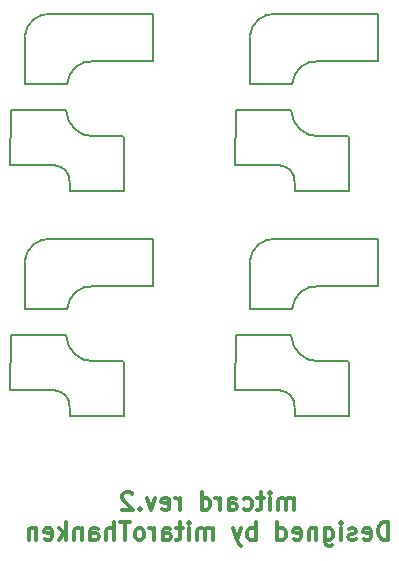
<source format=gbr>
G04 #@! TF.GenerationSoftware,KiCad,Pcbnew,(5.0.2)-1*
G04 #@! TF.CreationDate,2019-04-07T10:51:16+09:00*
G04 #@! TF.ProjectId,mitcard,6d697463-6172-4642-9e6b-696361645f70,rev?*
G04 #@! TF.SameCoordinates,Original*
G04 #@! TF.FileFunction,Legend,Bot*
G04 #@! TF.FilePolarity,Positive*
%FSLAX46Y46*%
G04 Gerber Fmt 4.6, Leading zero omitted, Abs format (unit mm)*
G04 Created by KiCad (PCBNEW (5.0.2)-1) date 2019/04/07 10:51:16*
%MOMM*%
%LPD*%
G01*
G04 APERTURE LIST*
%ADD10C,0.300000*%
%ADD11C,0.150000*%
G04 APERTURE END LIST*
D10*
X121169285Y-98688571D02*
X121169285Y-97688571D01*
X121169285Y-97831428D02*
X121097857Y-97760000D01*
X120955000Y-97688571D01*
X120740714Y-97688571D01*
X120597857Y-97760000D01*
X120526428Y-97902857D01*
X120526428Y-98688571D01*
X120526428Y-97902857D02*
X120455000Y-97760000D01*
X120312142Y-97688571D01*
X120097857Y-97688571D01*
X119955000Y-97760000D01*
X119883571Y-97902857D01*
X119883571Y-98688571D01*
X119169285Y-98688571D02*
X119169285Y-97688571D01*
X119169285Y-97188571D02*
X119240714Y-97260000D01*
X119169285Y-97331428D01*
X119097857Y-97260000D01*
X119169285Y-97188571D01*
X119169285Y-97331428D01*
X118669285Y-97688571D02*
X118097857Y-97688571D01*
X118455000Y-97188571D02*
X118455000Y-98474285D01*
X118383571Y-98617142D01*
X118240714Y-98688571D01*
X118097857Y-98688571D01*
X116955000Y-98617142D02*
X117097857Y-98688571D01*
X117383571Y-98688571D01*
X117526428Y-98617142D01*
X117597857Y-98545714D01*
X117669285Y-98402857D01*
X117669285Y-97974285D01*
X117597857Y-97831428D01*
X117526428Y-97760000D01*
X117383571Y-97688571D01*
X117097857Y-97688571D01*
X116955000Y-97760000D01*
X115669285Y-98688571D02*
X115669285Y-97902857D01*
X115740714Y-97760000D01*
X115883571Y-97688571D01*
X116169285Y-97688571D01*
X116312142Y-97760000D01*
X115669285Y-98617142D02*
X115812142Y-98688571D01*
X116169285Y-98688571D01*
X116312142Y-98617142D01*
X116383571Y-98474285D01*
X116383571Y-98331428D01*
X116312142Y-98188571D01*
X116169285Y-98117142D01*
X115812142Y-98117142D01*
X115669285Y-98045714D01*
X114955000Y-98688571D02*
X114955000Y-97688571D01*
X114955000Y-97974285D02*
X114883571Y-97831428D01*
X114812142Y-97760000D01*
X114669285Y-97688571D01*
X114526428Y-97688571D01*
X113383571Y-98688571D02*
X113383571Y-97188571D01*
X113383571Y-98617142D02*
X113526428Y-98688571D01*
X113812142Y-98688571D01*
X113955000Y-98617142D01*
X114026428Y-98545714D01*
X114097857Y-98402857D01*
X114097857Y-97974285D01*
X114026428Y-97831428D01*
X113955000Y-97760000D01*
X113812142Y-97688571D01*
X113526428Y-97688571D01*
X113383571Y-97760000D01*
X111526428Y-98688571D02*
X111526428Y-97688571D01*
X111526428Y-97974285D02*
X111455000Y-97831428D01*
X111383571Y-97760000D01*
X111240714Y-97688571D01*
X111097857Y-97688571D01*
X110026428Y-98617142D02*
X110169285Y-98688571D01*
X110455000Y-98688571D01*
X110597857Y-98617142D01*
X110669285Y-98474285D01*
X110669285Y-97902857D01*
X110597857Y-97760000D01*
X110455000Y-97688571D01*
X110169285Y-97688571D01*
X110026428Y-97760000D01*
X109955000Y-97902857D01*
X109955000Y-98045714D01*
X110669285Y-98188571D01*
X109455000Y-97688571D02*
X109097857Y-98688571D01*
X108740714Y-97688571D01*
X108169285Y-98545714D02*
X108097857Y-98617142D01*
X108169285Y-98688571D01*
X108240714Y-98617142D01*
X108169285Y-98545714D01*
X108169285Y-98688571D01*
X107526428Y-97331428D02*
X107455000Y-97260000D01*
X107312142Y-97188571D01*
X106955000Y-97188571D01*
X106812142Y-97260000D01*
X106740714Y-97331428D01*
X106669285Y-97474285D01*
X106669285Y-97617142D01*
X106740714Y-97831428D01*
X107597857Y-98688571D01*
X106669285Y-98688571D01*
X129169285Y-101238571D02*
X129169285Y-99738571D01*
X128812142Y-99738571D01*
X128597857Y-99810000D01*
X128455000Y-99952857D01*
X128383571Y-100095714D01*
X128312142Y-100381428D01*
X128312142Y-100595714D01*
X128383571Y-100881428D01*
X128455000Y-101024285D01*
X128597857Y-101167142D01*
X128812142Y-101238571D01*
X129169285Y-101238571D01*
X127097857Y-101167142D02*
X127240714Y-101238571D01*
X127526428Y-101238571D01*
X127669285Y-101167142D01*
X127740714Y-101024285D01*
X127740714Y-100452857D01*
X127669285Y-100310000D01*
X127526428Y-100238571D01*
X127240714Y-100238571D01*
X127097857Y-100310000D01*
X127026428Y-100452857D01*
X127026428Y-100595714D01*
X127740714Y-100738571D01*
X126455000Y-101167142D02*
X126312142Y-101238571D01*
X126026428Y-101238571D01*
X125883571Y-101167142D01*
X125812142Y-101024285D01*
X125812142Y-100952857D01*
X125883571Y-100810000D01*
X126026428Y-100738571D01*
X126240714Y-100738571D01*
X126383571Y-100667142D01*
X126455000Y-100524285D01*
X126455000Y-100452857D01*
X126383571Y-100310000D01*
X126240714Y-100238571D01*
X126026428Y-100238571D01*
X125883571Y-100310000D01*
X125169285Y-101238571D02*
X125169285Y-100238571D01*
X125169285Y-99738571D02*
X125240714Y-99810000D01*
X125169285Y-99881428D01*
X125097857Y-99810000D01*
X125169285Y-99738571D01*
X125169285Y-99881428D01*
X123812142Y-100238571D02*
X123812142Y-101452857D01*
X123883571Y-101595714D01*
X123955000Y-101667142D01*
X124097857Y-101738571D01*
X124312142Y-101738571D01*
X124455000Y-101667142D01*
X123812142Y-101167142D02*
X123955000Y-101238571D01*
X124240714Y-101238571D01*
X124383571Y-101167142D01*
X124455000Y-101095714D01*
X124526428Y-100952857D01*
X124526428Y-100524285D01*
X124455000Y-100381428D01*
X124383571Y-100310000D01*
X124240714Y-100238571D01*
X123955000Y-100238571D01*
X123812142Y-100310000D01*
X123097857Y-100238571D02*
X123097857Y-101238571D01*
X123097857Y-100381428D02*
X123026428Y-100310000D01*
X122883571Y-100238571D01*
X122669285Y-100238571D01*
X122526428Y-100310000D01*
X122455000Y-100452857D01*
X122455000Y-101238571D01*
X121169285Y-101167142D02*
X121312142Y-101238571D01*
X121597857Y-101238571D01*
X121740714Y-101167142D01*
X121812142Y-101024285D01*
X121812142Y-100452857D01*
X121740714Y-100310000D01*
X121597857Y-100238571D01*
X121312142Y-100238571D01*
X121169285Y-100310000D01*
X121097857Y-100452857D01*
X121097857Y-100595714D01*
X121812142Y-100738571D01*
X119812142Y-101238571D02*
X119812142Y-99738571D01*
X119812142Y-101167142D02*
X119955000Y-101238571D01*
X120240714Y-101238571D01*
X120383571Y-101167142D01*
X120455000Y-101095714D01*
X120526428Y-100952857D01*
X120526428Y-100524285D01*
X120455000Y-100381428D01*
X120383571Y-100310000D01*
X120240714Y-100238571D01*
X119955000Y-100238571D01*
X119812142Y-100310000D01*
X117955000Y-101238571D02*
X117955000Y-99738571D01*
X117955000Y-100310000D02*
X117812142Y-100238571D01*
X117526428Y-100238571D01*
X117383571Y-100310000D01*
X117312142Y-100381428D01*
X117240714Y-100524285D01*
X117240714Y-100952857D01*
X117312142Y-101095714D01*
X117383571Y-101167142D01*
X117526428Y-101238571D01*
X117812142Y-101238571D01*
X117955000Y-101167142D01*
X116740714Y-100238571D02*
X116383571Y-101238571D01*
X116026428Y-100238571D02*
X116383571Y-101238571D01*
X116526428Y-101595714D01*
X116597857Y-101667142D01*
X116740714Y-101738571D01*
X114312142Y-101238571D02*
X114312142Y-100238571D01*
X114312142Y-100381428D02*
X114240714Y-100310000D01*
X114097857Y-100238571D01*
X113883571Y-100238571D01*
X113740714Y-100310000D01*
X113669285Y-100452857D01*
X113669285Y-101238571D01*
X113669285Y-100452857D02*
X113597857Y-100310000D01*
X113455000Y-100238571D01*
X113240714Y-100238571D01*
X113097857Y-100310000D01*
X113026428Y-100452857D01*
X113026428Y-101238571D01*
X112312142Y-101238571D02*
X112312142Y-100238571D01*
X112312142Y-99738571D02*
X112383571Y-99810000D01*
X112312142Y-99881428D01*
X112240714Y-99810000D01*
X112312142Y-99738571D01*
X112312142Y-99881428D01*
X111812142Y-100238571D02*
X111240714Y-100238571D01*
X111597857Y-99738571D02*
X111597857Y-101024285D01*
X111526428Y-101167142D01*
X111383571Y-101238571D01*
X111240714Y-101238571D01*
X110097857Y-101238571D02*
X110097857Y-100452857D01*
X110169285Y-100310000D01*
X110312142Y-100238571D01*
X110597857Y-100238571D01*
X110740714Y-100310000D01*
X110097857Y-101167142D02*
X110240714Y-101238571D01*
X110597857Y-101238571D01*
X110740714Y-101167142D01*
X110812142Y-101024285D01*
X110812142Y-100881428D01*
X110740714Y-100738571D01*
X110597857Y-100667142D01*
X110240714Y-100667142D01*
X110097857Y-100595714D01*
X109383571Y-101238571D02*
X109383571Y-100238571D01*
X109383571Y-100524285D02*
X109312142Y-100381428D01*
X109240714Y-100310000D01*
X109097857Y-100238571D01*
X108955000Y-100238571D01*
X108240714Y-101238571D02*
X108383571Y-101167142D01*
X108455000Y-101095714D01*
X108526428Y-100952857D01*
X108526428Y-100524285D01*
X108455000Y-100381428D01*
X108383571Y-100310000D01*
X108240714Y-100238571D01*
X108026428Y-100238571D01*
X107883571Y-100310000D01*
X107812142Y-100381428D01*
X107740714Y-100524285D01*
X107740714Y-100952857D01*
X107812142Y-101095714D01*
X107883571Y-101167142D01*
X108026428Y-101238571D01*
X108240714Y-101238571D01*
X107312142Y-99738571D02*
X106455000Y-99738571D01*
X106883571Y-101238571D02*
X106883571Y-99738571D01*
X105955000Y-101238571D02*
X105955000Y-99738571D01*
X105312142Y-101238571D02*
X105312142Y-100452857D01*
X105383571Y-100310000D01*
X105526428Y-100238571D01*
X105740714Y-100238571D01*
X105883571Y-100310000D01*
X105955000Y-100381428D01*
X103955000Y-101238571D02*
X103955000Y-100452857D01*
X104026428Y-100310000D01*
X104169285Y-100238571D01*
X104455000Y-100238571D01*
X104597857Y-100310000D01*
X103955000Y-101167142D02*
X104097857Y-101238571D01*
X104455000Y-101238571D01*
X104597857Y-101167142D01*
X104669285Y-101024285D01*
X104669285Y-100881428D01*
X104597857Y-100738571D01*
X104455000Y-100667142D01*
X104097857Y-100667142D01*
X103955000Y-100595714D01*
X103240714Y-100238571D02*
X103240714Y-101238571D01*
X103240714Y-100381428D02*
X103169285Y-100310000D01*
X103026428Y-100238571D01*
X102812142Y-100238571D01*
X102669285Y-100310000D01*
X102597857Y-100452857D01*
X102597857Y-101238571D01*
X101883571Y-101238571D02*
X101883571Y-99738571D01*
X101740714Y-100667142D02*
X101312142Y-101238571D01*
X101312142Y-100238571D02*
X101883571Y-100810000D01*
X100097857Y-101167142D02*
X100240714Y-101238571D01*
X100526428Y-101238571D01*
X100669285Y-101167142D01*
X100740714Y-101024285D01*
X100740714Y-100452857D01*
X100669285Y-100310000D01*
X100526428Y-100238571D01*
X100240714Y-100238571D01*
X100097857Y-100310000D01*
X100026428Y-100452857D01*
X100026428Y-100595714D01*
X100740714Y-100738571D01*
X99383571Y-100238571D02*
X99383571Y-101238571D01*
X99383571Y-100381428D02*
X99312142Y-100310000D01*
X99169285Y-100238571D01*
X98955000Y-100238571D01*
X98812142Y-100310000D01*
X98740714Y-100452857D01*
X98740714Y-101238571D01*
D11*
G04 #@! TO.C,SW4*
X117450000Y-81654000D02*
X121060000Y-81654000D01*
X117450000Y-77700000D02*
X117450000Y-81645000D01*
X128350000Y-75746000D02*
X119725000Y-75746000D01*
X128350000Y-79654000D02*
X128350000Y-75746000D01*
X128350000Y-79700000D02*
X123300000Y-79746000D01*
X117461000Y-77630000D02*
G75*
G02X119725000Y-75746000I2074000J-190000D01*
G01*
X121065000Y-81630000D02*
G75*
G02X123325000Y-79750000I2070000J-190000D01*
G01*
X125825000Y-90775000D02*
X121275000Y-90775000D01*
X125825000Y-86125000D02*
X123275000Y-86125000D01*
X120975000Y-83925000D02*
X116275000Y-83925000D01*
X120050000Y-88575000D02*
X116275000Y-88575000D01*
X125850000Y-86150000D02*
X125850000Y-90750000D01*
X116275000Y-83950000D02*
X116250000Y-88550000D01*
X120980000Y-83950000D02*
G75*
G03X123350000Y-86120000I2270000J100000D01*
G01*
X121270000Y-90000000D02*
G75*
G03X120050000Y-88580000I-1320000J100000D01*
G01*
X121270000Y-90050000D02*
X121270000Y-90750000D01*
G04 #@! TO.C,SW2*
X98400000Y-81654000D02*
X102010000Y-81654000D01*
X98400000Y-77700000D02*
X98400000Y-81645000D01*
X109300000Y-75746000D02*
X100675000Y-75746000D01*
X109300000Y-79654000D02*
X109300000Y-75746000D01*
X109300000Y-79700000D02*
X104250000Y-79746000D01*
X98411000Y-77630000D02*
G75*
G02X100675000Y-75746000I2074000J-190000D01*
G01*
X102015000Y-81630000D02*
G75*
G02X104275000Y-79750000I2070000J-190000D01*
G01*
X106775000Y-90775000D02*
X102225000Y-90775000D01*
X106775000Y-86125000D02*
X104225000Y-86125000D01*
X101925000Y-83925000D02*
X97225000Y-83925000D01*
X101000000Y-88575000D02*
X97225000Y-88575000D01*
X106800000Y-86150000D02*
X106800000Y-90750000D01*
X97225000Y-83950000D02*
X97200000Y-88550000D01*
X101930000Y-83950000D02*
G75*
G03X104300000Y-86120000I2270000J100000D01*
G01*
X102220000Y-90000000D02*
G75*
G03X101000000Y-88580000I-1320000J100000D01*
G01*
X102220000Y-90050000D02*
X102220000Y-90750000D01*
G04 #@! TO.C,SW3*
X121270000Y-71000000D02*
X121270000Y-71700000D01*
X121270000Y-70950000D02*
G75*
G03X120050000Y-69530000I-1320000J100000D01*
G01*
X120980000Y-64900000D02*
G75*
G03X123350000Y-67070000I2270000J100000D01*
G01*
X116275000Y-64900000D02*
X116250000Y-69500000D01*
X125850000Y-67100000D02*
X125850000Y-71700000D01*
X120050000Y-69525000D02*
X116275000Y-69525000D01*
X120975000Y-64875000D02*
X116275000Y-64875000D01*
X125825000Y-67075000D02*
X123275000Y-67075000D01*
X125825000Y-71725000D02*
X121275000Y-71725000D01*
X121065000Y-62580000D02*
G75*
G02X123325000Y-60700000I2070000J-190000D01*
G01*
X117461000Y-58580000D02*
G75*
G02X119725000Y-56696000I2074000J-190000D01*
G01*
X128350000Y-60650000D02*
X123300000Y-60696000D01*
X128350000Y-60604000D02*
X128350000Y-56696000D01*
X128350000Y-56696000D02*
X119725000Y-56696000D01*
X117450000Y-58650000D02*
X117450000Y-62595000D01*
X117450000Y-62604000D02*
X121060000Y-62604000D01*
G04 #@! TO.C,SW1*
X98400000Y-62604000D02*
X102010000Y-62604000D01*
X98400000Y-58650000D02*
X98400000Y-62595000D01*
X109300000Y-56696000D02*
X100675000Y-56696000D01*
X109300000Y-60604000D02*
X109300000Y-56696000D01*
X109300000Y-60650000D02*
X104250000Y-60696000D01*
X98411000Y-58580000D02*
G75*
G02X100675000Y-56696000I2074000J-190000D01*
G01*
X102015000Y-62580000D02*
G75*
G02X104275000Y-60700000I2070000J-190000D01*
G01*
X106775000Y-71725000D02*
X102225000Y-71725000D01*
X106775000Y-67075000D02*
X104225000Y-67075000D01*
X101925000Y-64875000D02*
X97225000Y-64875000D01*
X101000000Y-69525000D02*
X97225000Y-69525000D01*
X106800000Y-67100000D02*
X106800000Y-71700000D01*
X97225000Y-64900000D02*
X97200000Y-69500000D01*
X101930000Y-64900000D02*
G75*
G03X104300000Y-67070000I2270000J100000D01*
G01*
X102220000Y-70950000D02*
G75*
G03X101000000Y-69530000I-1320000J100000D01*
G01*
X102220000Y-71000000D02*
X102220000Y-71700000D01*
G04 #@! TD*
M02*

</source>
